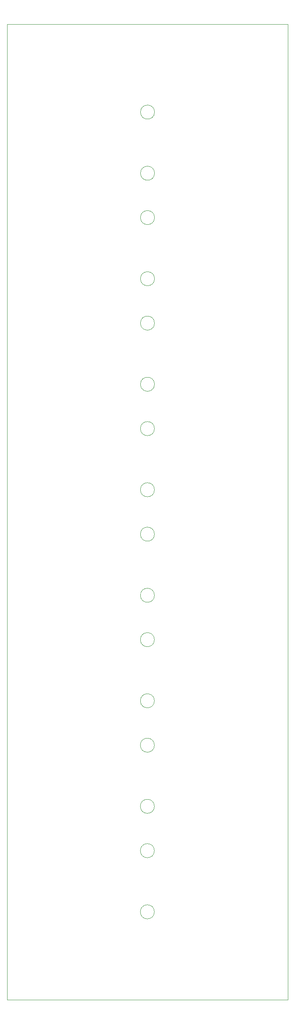
<source format=gbr>
%TF.GenerationSoftware,KiCad,Pcbnew,(2017-11-10 revision d8f4e35)-HEAD*%
%TF.CreationDate,2017-12-06T14:17:32-08:00*%
%TF.ProjectId,ceiling_pcb,6365696C696E675F7063622E6B696361,0.1*%
%TF.SameCoordinates,Original*%
%TF.FileFunction,Profile,NP*%
%FSLAX46Y46*%
G04 Gerber Fmt 4.6, Leading zero omitted, Abs format (unit mm)*
G04 Created by KiCad (PCBNEW (2017-11-10 revision d8f4e35)-HEAD) date Wed Dec  6 14:17:32 2017*
%MOMM*%
%LPD*%
G01*
G04 APERTURE LIST*
%ADD10C,0.001000*%
G04 APERTURE END LIST*
D10*
X155000000Y-11025000D02*
X155000000Y-219000000D01*
X95000000Y-219000000D02*
X95000000Y-11025000D01*
X155000000Y-11025000D02*
X95000000Y-11025000D01*
X95000000Y-219000000D02*
X155000000Y-219000000D01*
X126459000Y-200279810D02*
G75*
G03X126459000Y-200279810I-1500000J0D01*
G01*
X126459000Y-187245800D02*
G75*
G03X126459000Y-187245800I-1500000J0D01*
G01*
X126465000Y-177779700D02*
G75*
G03X126465000Y-177779700I-1500000J0D01*
G01*
X126465000Y-164745700D02*
G75*
G03X126465000Y-164745700I-1500000J0D01*
G01*
X126471000Y-155279600D02*
G75*
G03X126471000Y-155279600I-1500000J0D01*
G01*
X126471000Y-142245600D02*
G75*
G03X126471000Y-142245600I-1500000J0D01*
G01*
X126477000Y-132779600D02*
G75*
G03X126477000Y-132779600I-1500000J0D01*
G01*
X126477000Y-119745500D02*
G75*
G03X126477000Y-119745500I-1500000J0D01*
G01*
X126483000Y-110279500D02*
G75*
G03X126483000Y-110279500I-1500000J0D01*
G01*
X126483000Y-97245200D02*
G75*
G03X126483000Y-97245200I-1500000J0D01*
G01*
X126489000Y-74745200D02*
G75*
G03X126489000Y-74745200I-1500000J0D01*
G01*
X126489000Y-87779200D02*
G75*
G03X126489000Y-87779200I-1500000J0D01*
G01*
X126495000Y-65279200D02*
G75*
G03X126495000Y-65279200I-1500000J0D01*
G01*
X126495000Y-52245200D02*
G75*
G03X126495000Y-52245200I-1500000J0D01*
G01*
X126501000Y-42779200D02*
G75*
G03X126501000Y-42779200I-1500000J0D01*
G01*
X126501000Y-29745200D02*
G75*
G03X126501000Y-29745200I-1500000J0D01*
G01*
M02*

</source>
